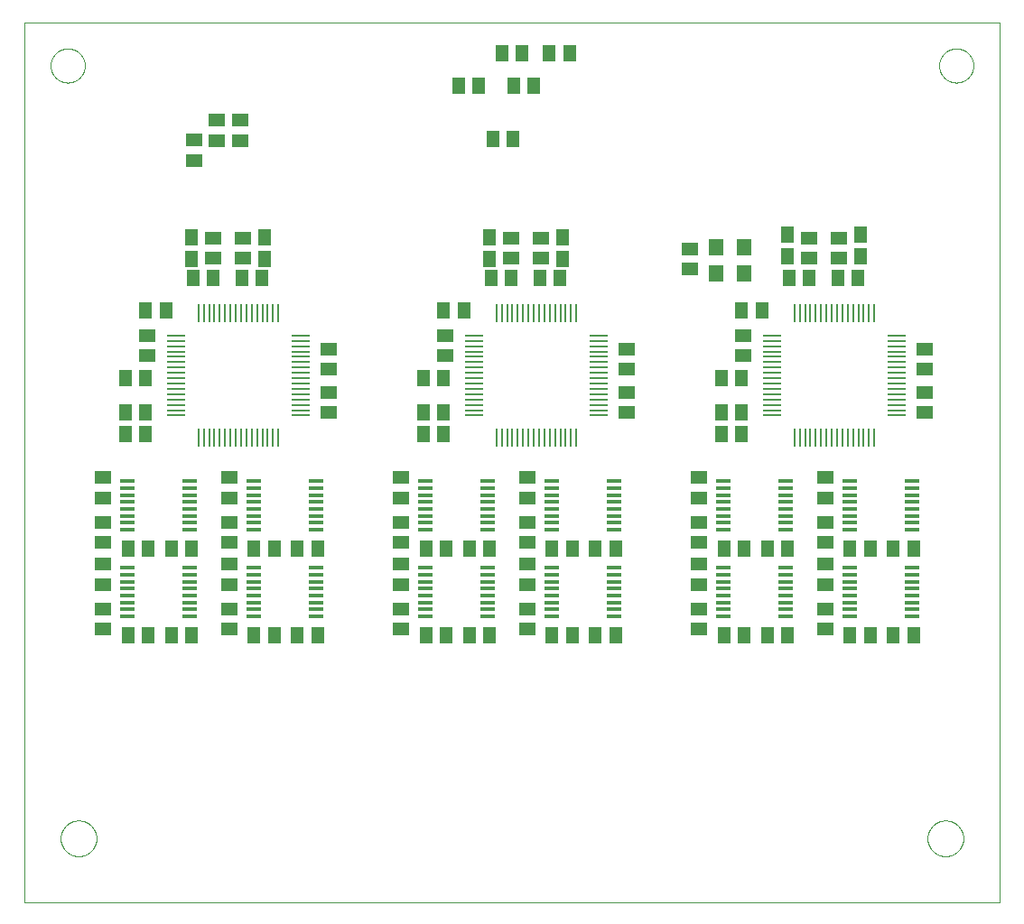
<source format=gbp>
G75*
%MOIN*%
%OFA0B0*%
%FSLAX25Y25*%
%IPPOS*%
%LPD*%
%AMOC8*
5,1,8,0,0,1.08239X$1,22.5*
%
%ADD10C,0.00000*%
%ADD11R,0.05118X0.05906*%
%ADD12R,0.05906X0.05118*%
%ADD13R,0.04724X0.06000*%
%ADD14R,0.00984X0.07000*%
%ADD15R,0.07000X0.00984*%
%ADD16R,0.05800X0.01400*%
%ADD17R,0.05512X0.06000*%
D10*
X0001800Y0020033D02*
X0001800Y0345033D01*
X0361800Y0345033D01*
X0361800Y0020033D01*
X0001800Y0020033D01*
X0015200Y0043533D02*
X0015202Y0043695D01*
X0015208Y0043857D01*
X0015218Y0044019D01*
X0015232Y0044180D01*
X0015250Y0044341D01*
X0015271Y0044501D01*
X0015297Y0044661D01*
X0015327Y0044821D01*
X0015360Y0044979D01*
X0015398Y0045137D01*
X0015439Y0045293D01*
X0015484Y0045449D01*
X0015533Y0045603D01*
X0015586Y0045756D01*
X0015642Y0045908D01*
X0015702Y0046059D01*
X0015766Y0046208D01*
X0015834Y0046355D01*
X0015905Y0046500D01*
X0015979Y0046644D01*
X0016057Y0046786D01*
X0016139Y0046926D01*
X0016224Y0047064D01*
X0016312Y0047200D01*
X0016404Y0047333D01*
X0016499Y0047465D01*
X0016597Y0047594D01*
X0016698Y0047720D01*
X0016802Y0047844D01*
X0016910Y0047965D01*
X0017020Y0048084D01*
X0017133Y0048200D01*
X0017249Y0048313D01*
X0017368Y0048423D01*
X0017489Y0048531D01*
X0017613Y0048635D01*
X0017739Y0048736D01*
X0017868Y0048834D01*
X0018000Y0048929D01*
X0018133Y0049021D01*
X0018269Y0049109D01*
X0018407Y0049194D01*
X0018547Y0049276D01*
X0018689Y0049354D01*
X0018833Y0049428D01*
X0018978Y0049499D01*
X0019125Y0049567D01*
X0019274Y0049631D01*
X0019425Y0049691D01*
X0019577Y0049747D01*
X0019730Y0049800D01*
X0019884Y0049849D01*
X0020040Y0049894D01*
X0020196Y0049935D01*
X0020354Y0049973D01*
X0020512Y0050006D01*
X0020672Y0050036D01*
X0020832Y0050062D01*
X0020992Y0050083D01*
X0021153Y0050101D01*
X0021314Y0050115D01*
X0021476Y0050125D01*
X0021638Y0050131D01*
X0021800Y0050133D01*
X0021962Y0050131D01*
X0022124Y0050125D01*
X0022286Y0050115D01*
X0022447Y0050101D01*
X0022608Y0050083D01*
X0022768Y0050062D01*
X0022928Y0050036D01*
X0023088Y0050006D01*
X0023246Y0049973D01*
X0023404Y0049935D01*
X0023560Y0049894D01*
X0023716Y0049849D01*
X0023870Y0049800D01*
X0024023Y0049747D01*
X0024175Y0049691D01*
X0024326Y0049631D01*
X0024475Y0049567D01*
X0024622Y0049499D01*
X0024767Y0049428D01*
X0024911Y0049354D01*
X0025053Y0049276D01*
X0025193Y0049194D01*
X0025331Y0049109D01*
X0025467Y0049021D01*
X0025600Y0048929D01*
X0025732Y0048834D01*
X0025861Y0048736D01*
X0025987Y0048635D01*
X0026111Y0048531D01*
X0026232Y0048423D01*
X0026351Y0048313D01*
X0026467Y0048200D01*
X0026580Y0048084D01*
X0026690Y0047965D01*
X0026798Y0047844D01*
X0026902Y0047720D01*
X0027003Y0047594D01*
X0027101Y0047465D01*
X0027196Y0047333D01*
X0027288Y0047200D01*
X0027376Y0047064D01*
X0027461Y0046926D01*
X0027543Y0046786D01*
X0027621Y0046644D01*
X0027695Y0046500D01*
X0027766Y0046355D01*
X0027834Y0046208D01*
X0027898Y0046059D01*
X0027958Y0045908D01*
X0028014Y0045756D01*
X0028067Y0045603D01*
X0028116Y0045449D01*
X0028161Y0045293D01*
X0028202Y0045137D01*
X0028240Y0044979D01*
X0028273Y0044821D01*
X0028303Y0044661D01*
X0028329Y0044501D01*
X0028350Y0044341D01*
X0028368Y0044180D01*
X0028382Y0044019D01*
X0028392Y0043857D01*
X0028398Y0043695D01*
X0028400Y0043533D01*
X0028398Y0043371D01*
X0028392Y0043209D01*
X0028382Y0043047D01*
X0028368Y0042886D01*
X0028350Y0042725D01*
X0028329Y0042565D01*
X0028303Y0042405D01*
X0028273Y0042245D01*
X0028240Y0042087D01*
X0028202Y0041929D01*
X0028161Y0041773D01*
X0028116Y0041617D01*
X0028067Y0041463D01*
X0028014Y0041310D01*
X0027958Y0041158D01*
X0027898Y0041007D01*
X0027834Y0040858D01*
X0027766Y0040711D01*
X0027695Y0040566D01*
X0027621Y0040422D01*
X0027543Y0040280D01*
X0027461Y0040140D01*
X0027376Y0040002D01*
X0027288Y0039866D01*
X0027196Y0039733D01*
X0027101Y0039601D01*
X0027003Y0039472D01*
X0026902Y0039346D01*
X0026798Y0039222D01*
X0026690Y0039101D01*
X0026580Y0038982D01*
X0026467Y0038866D01*
X0026351Y0038753D01*
X0026232Y0038643D01*
X0026111Y0038535D01*
X0025987Y0038431D01*
X0025861Y0038330D01*
X0025732Y0038232D01*
X0025600Y0038137D01*
X0025467Y0038045D01*
X0025331Y0037957D01*
X0025193Y0037872D01*
X0025053Y0037790D01*
X0024911Y0037712D01*
X0024767Y0037638D01*
X0024622Y0037567D01*
X0024475Y0037499D01*
X0024326Y0037435D01*
X0024175Y0037375D01*
X0024023Y0037319D01*
X0023870Y0037266D01*
X0023716Y0037217D01*
X0023560Y0037172D01*
X0023404Y0037131D01*
X0023246Y0037093D01*
X0023088Y0037060D01*
X0022928Y0037030D01*
X0022768Y0037004D01*
X0022608Y0036983D01*
X0022447Y0036965D01*
X0022286Y0036951D01*
X0022124Y0036941D01*
X0021962Y0036935D01*
X0021800Y0036933D01*
X0021638Y0036935D01*
X0021476Y0036941D01*
X0021314Y0036951D01*
X0021153Y0036965D01*
X0020992Y0036983D01*
X0020832Y0037004D01*
X0020672Y0037030D01*
X0020512Y0037060D01*
X0020354Y0037093D01*
X0020196Y0037131D01*
X0020040Y0037172D01*
X0019884Y0037217D01*
X0019730Y0037266D01*
X0019577Y0037319D01*
X0019425Y0037375D01*
X0019274Y0037435D01*
X0019125Y0037499D01*
X0018978Y0037567D01*
X0018833Y0037638D01*
X0018689Y0037712D01*
X0018547Y0037790D01*
X0018407Y0037872D01*
X0018269Y0037957D01*
X0018133Y0038045D01*
X0018000Y0038137D01*
X0017868Y0038232D01*
X0017739Y0038330D01*
X0017613Y0038431D01*
X0017489Y0038535D01*
X0017368Y0038643D01*
X0017249Y0038753D01*
X0017133Y0038866D01*
X0017020Y0038982D01*
X0016910Y0039101D01*
X0016802Y0039222D01*
X0016698Y0039346D01*
X0016597Y0039472D01*
X0016499Y0039601D01*
X0016404Y0039733D01*
X0016312Y0039866D01*
X0016224Y0040002D01*
X0016139Y0040140D01*
X0016057Y0040280D01*
X0015979Y0040422D01*
X0015905Y0040566D01*
X0015834Y0040711D01*
X0015766Y0040858D01*
X0015702Y0041007D01*
X0015642Y0041158D01*
X0015586Y0041310D01*
X0015533Y0041463D01*
X0015484Y0041617D01*
X0015439Y0041773D01*
X0015398Y0041929D01*
X0015360Y0042087D01*
X0015327Y0042245D01*
X0015297Y0042405D01*
X0015271Y0042565D01*
X0015250Y0042725D01*
X0015232Y0042886D01*
X0015218Y0043047D01*
X0015208Y0043209D01*
X0015202Y0043371D01*
X0015200Y0043533D01*
X0011501Y0329033D02*
X0011503Y0329191D01*
X0011509Y0329349D01*
X0011519Y0329507D01*
X0011533Y0329665D01*
X0011551Y0329822D01*
X0011572Y0329979D01*
X0011598Y0330135D01*
X0011628Y0330291D01*
X0011661Y0330446D01*
X0011699Y0330599D01*
X0011740Y0330752D01*
X0011785Y0330904D01*
X0011834Y0331055D01*
X0011887Y0331204D01*
X0011943Y0331352D01*
X0012003Y0331498D01*
X0012067Y0331643D01*
X0012135Y0331786D01*
X0012206Y0331928D01*
X0012280Y0332068D01*
X0012358Y0332205D01*
X0012440Y0332341D01*
X0012524Y0332475D01*
X0012613Y0332606D01*
X0012704Y0332735D01*
X0012799Y0332862D01*
X0012896Y0332987D01*
X0012997Y0333109D01*
X0013101Y0333228D01*
X0013208Y0333345D01*
X0013318Y0333459D01*
X0013431Y0333570D01*
X0013546Y0333679D01*
X0013664Y0333784D01*
X0013785Y0333886D01*
X0013908Y0333986D01*
X0014034Y0334082D01*
X0014162Y0334175D01*
X0014292Y0334265D01*
X0014425Y0334351D01*
X0014560Y0334435D01*
X0014696Y0334514D01*
X0014835Y0334591D01*
X0014976Y0334663D01*
X0015118Y0334733D01*
X0015262Y0334798D01*
X0015408Y0334860D01*
X0015555Y0334918D01*
X0015704Y0334973D01*
X0015854Y0335024D01*
X0016005Y0335071D01*
X0016157Y0335114D01*
X0016310Y0335153D01*
X0016465Y0335189D01*
X0016620Y0335220D01*
X0016776Y0335248D01*
X0016932Y0335272D01*
X0017089Y0335292D01*
X0017247Y0335308D01*
X0017404Y0335320D01*
X0017563Y0335328D01*
X0017721Y0335332D01*
X0017879Y0335332D01*
X0018037Y0335328D01*
X0018196Y0335320D01*
X0018353Y0335308D01*
X0018511Y0335292D01*
X0018668Y0335272D01*
X0018824Y0335248D01*
X0018980Y0335220D01*
X0019135Y0335189D01*
X0019290Y0335153D01*
X0019443Y0335114D01*
X0019595Y0335071D01*
X0019746Y0335024D01*
X0019896Y0334973D01*
X0020045Y0334918D01*
X0020192Y0334860D01*
X0020338Y0334798D01*
X0020482Y0334733D01*
X0020624Y0334663D01*
X0020765Y0334591D01*
X0020904Y0334514D01*
X0021040Y0334435D01*
X0021175Y0334351D01*
X0021308Y0334265D01*
X0021438Y0334175D01*
X0021566Y0334082D01*
X0021692Y0333986D01*
X0021815Y0333886D01*
X0021936Y0333784D01*
X0022054Y0333679D01*
X0022169Y0333570D01*
X0022282Y0333459D01*
X0022392Y0333345D01*
X0022499Y0333228D01*
X0022603Y0333109D01*
X0022704Y0332987D01*
X0022801Y0332862D01*
X0022896Y0332735D01*
X0022987Y0332606D01*
X0023076Y0332475D01*
X0023160Y0332341D01*
X0023242Y0332205D01*
X0023320Y0332068D01*
X0023394Y0331928D01*
X0023465Y0331786D01*
X0023533Y0331643D01*
X0023597Y0331498D01*
X0023657Y0331352D01*
X0023713Y0331204D01*
X0023766Y0331055D01*
X0023815Y0330904D01*
X0023860Y0330752D01*
X0023901Y0330599D01*
X0023939Y0330446D01*
X0023972Y0330291D01*
X0024002Y0330135D01*
X0024028Y0329979D01*
X0024049Y0329822D01*
X0024067Y0329665D01*
X0024081Y0329507D01*
X0024091Y0329349D01*
X0024097Y0329191D01*
X0024099Y0329033D01*
X0024097Y0328875D01*
X0024091Y0328717D01*
X0024081Y0328559D01*
X0024067Y0328401D01*
X0024049Y0328244D01*
X0024028Y0328087D01*
X0024002Y0327931D01*
X0023972Y0327775D01*
X0023939Y0327620D01*
X0023901Y0327467D01*
X0023860Y0327314D01*
X0023815Y0327162D01*
X0023766Y0327011D01*
X0023713Y0326862D01*
X0023657Y0326714D01*
X0023597Y0326568D01*
X0023533Y0326423D01*
X0023465Y0326280D01*
X0023394Y0326138D01*
X0023320Y0325998D01*
X0023242Y0325861D01*
X0023160Y0325725D01*
X0023076Y0325591D01*
X0022987Y0325460D01*
X0022896Y0325331D01*
X0022801Y0325204D01*
X0022704Y0325079D01*
X0022603Y0324957D01*
X0022499Y0324838D01*
X0022392Y0324721D01*
X0022282Y0324607D01*
X0022169Y0324496D01*
X0022054Y0324387D01*
X0021936Y0324282D01*
X0021815Y0324180D01*
X0021692Y0324080D01*
X0021566Y0323984D01*
X0021438Y0323891D01*
X0021308Y0323801D01*
X0021175Y0323715D01*
X0021040Y0323631D01*
X0020904Y0323552D01*
X0020765Y0323475D01*
X0020624Y0323403D01*
X0020482Y0323333D01*
X0020338Y0323268D01*
X0020192Y0323206D01*
X0020045Y0323148D01*
X0019896Y0323093D01*
X0019746Y0323042D01*
X0019595Y0322995D01*
X0019443Y0322952D01*
X0019290Y0322913D01*
X0019135Y0322877D01*
X0018980Y0322846D01*
X0018824Y0322818D01*
X0018668Y0322794D01*
X0018511Y0322774D01*
X0018353Y0322758D01*
X0018196Y0322746D01*
X0018037Y0322738D01*
X0017879Y0322734D01*
X0017721Y0322734D01*
X0017563Y0322738D01*
X0017404Y0322746D01*
X0017247Y0322758D01*
X0017089Y0322774D01*
X0016932Y0322794D01*
X0016776Y0322818D01*
X0016620Y0322846D01*
X0016465Y0322877D01*
X0016310Y0322913D01*
X0016157Y0322952D01*
X0016005Y0322995D01*
X0015854Y0323042D01*
X0015704Y0323093D01*
X0015555Y0323148D01*
X0015408Y0323206D01*
X0015262Y0323268D01*
X0015118Y0323333D01*
X0014976Y0323403D01*
X0014835Y0323475D01*
X0014696Y0323552D01*
X0014560Y0323631D01*
X0014425Y0323715D01*
X0014292Y0323801D01*
X0014162Y0323891D01*
X0014034Y0323984D01*
X0013908Y0324080D01*
X0013785Y0324180D01*
X0013664Y0324282D01*
X0013546Y0324387D01*
X0013431Y0324496D01*
X0013318Y0324607D01*
X0013208Y0324721D01*
X0013101Y0324838D01*
X0012997Y0324957D01*
X0012896Y0325079D01*
X0012799Y0325204D01*
X0012704Y0325331D01*
X0012613Y0325460D01*
X0012524Y0325591D01*
X0012440Y0325725D01*
X0012358Y0325861D01*
X0012280Y0325998D01*
X0012206Y0326138D01*
X0012135Y0326280D01*
X0012067Y0326423D01*
X0012003Y0326568D01*
X0011943Y0326714D01*
X0011887Y0326862D01*
X0011834Y0327011D01*
X0011785Y0327162D01*
X0011740Y0327314D01*
X0011699Y0327467D01*
X0011661Y0327620D01*
X0011628Y0327775D01*
X0011598Y0327931D01*
X0011572Y0328087D01*
X0011551Y0328244D01*
X0011533Y0328401D01*
X0011519Y0328559D01*
X0011509Y0328717D01*
X0011503Y0328875D01*
X0011501Y0329033D01*
X0335200Y0043533D02*
X0335202Y0043695D01*
X0335208Y0043857D01*
X0335218Y0044019D01*
X0335232Y0044180D01*
X0335250Y0044341D01*
X0335271Y0044501D01*
X0335297Y0044661D01*
X0335327Y0044821D01*
X0335360Y0044979D01*
X0335398Y0045137D01*
X0335439Y0045293D01*
X0335484Y0045449D01*
X0335533Y0045603D01*
X0335586Y0045756D01*
X0335642Y0045908D01*
X0335702Y0046059D01*
X0335766Y0046208D01*
X0335834Y0046355D01*
X0335905Y0046500D01*
X0335979Y0046644D01*
X0336057Y0046786D01*
X0336139Y0046926D01*
X0336224Y0047064D01*
X0336312Y0047200D01*
X0336404Y0047333D01*
X0336499Y0047465D01*
X0336597Y0047594D01*
X0336698Y0047720D01*
X0336802Y0047844D01*
X0336910Y0047965D01*
X0337020Y0048084D01*
X0337133Y0048200D01*
X0337249Y0048313D01*
X0337368Y0048423D01*
X0337489Y0048531D01*
X0337613Y0048635D01*
X0337739Y0048736D01*
X0337868Y0048834D01*
X0338000Y0048929D01*
X0338133Y0049021D01*
X0338269Y0049109D01*
X0338407Y0049194D01*
X0338547Y0049276D01*
X0338689Y0049354D01*
X0338833Y0049428D01*
X0338978Y0049499D01*
X0339125Y0049567D01*
X0339274Y0049631D01*
X0339425Y0049691D01*
X0339577Y0049747D01*
X0339730Y0049800D01*
X0339884Y0049849D01*
X0340040Y0049894D01*
X0340196Y0049935D01*
X0340354Y0049973D01*
X0340512Y0050006D01*
X0340672Y0050036D01*
X0340832Y0050062D01*
X0340992Y0050083D01*
X0341153Y0050101D01*
X0341314Y0050115D01*
X0341476Y0050125D01*
X0341638Y0050131D01*
X0341800Y0050133D01*
X0341962Y0050131D01*
X0342124Y0050125D01*
X0342286Y0050115D01*
X0342447Y0050101D01*
X0342608Y0050083D01*
X0342768Y0050062D01*
X0342928Y0050036D01*
X0343088Y0050006D01*
X0343246Y0049973D01*
X0343404Y0049935D01*
X0343560Y0049894D01*
X0343716Y0049849D01*
X0343870Y0049800D01*
X0344023Y0049747D01*
X0344175Y0049691D01*
X0344326Y0049631D01*
X0344475Y0049567D01*
X0344622Y0049499D01*
X0344767Y0049428D01*
X0344911Y0049354D01*
X0345053Y0049276D01*
X0345193Y0049194D01*
X0345331Y0049109D01*
X0345467Y0049021D01*
X0345600Y0048929D01*
X0345732Y0048834D01*
X0345861Y0048736D01*
X0345987Y0048635D01*
X0346111Y0048531D01*
X0346232Y0048423D01*
X0346351Y0048313D01*
X0346467Y0048200D01*
X0346580Y0048084D01*
X0346690Y0047965D01*
X0346798Y0047844D01*
X0346902Y0047720D01*
X0347003Y0047594D01*
X0347101Y0047465D01*
X0347196Y0047333D01*
X0347288Y0047200D01*
X0347376Y0047064D01*
X0347461Y0046926D01*
X0347543Y0046786D01*
X0347621Y0046644D01*
X0347695Y0046500D01*
X0347766Y0046355D01*
X0347834Y0046208D01*
X0347898Y0046059D01*
X0347958Y0045908D01*
X0348014Y0045756D01*
X0348067Y0045603D01*
X0348116Y0045449D01*
X0348161Y0045293D01*
X0348202Y0045137D01*
X0348240Y0044979D01*
X0348273Y0044821D01*
X0348303Y0044661D01*
X0348329Y0044501D01*
X0348350Y0044341D01*
X0348368Y0044180D01*
X0348382Y0044019D01*
X0348392Y0043857D01*
X0348398Y0043695D01*
X0348400Y0043533D01*
X0348398Y0043371D01*
X0348392Y0043209D01*
X0348382Y0043047D01*
X0348368Y0042886D01*
X0348350Y0042725D01*
X0348329Y0042565D01*
X0348303Y0042405D01*
X0348273Y0042245D01*
X0348240Y0042087D01*
X0348202Y0041929D01*
X0348161Y0041773D01*
X0348116Y0041617D01*
X0348067Y0041463D01*
X0348014Y0041310D01*
X0347958Y0041158D01*
X0347898Y0041007D01*
X0347834Y0040858D01*
X0347766Y0040711D01*
X0347695Y0040566D01*
X0347621Y0040422D01*
X0347543Y0040280D01*
X0347461Y0040140D01*
X0347376Y0040002D01*
X0347288Y0039866D01*
X0347196Y0039733D01*
X0347101Y0039601D01*
X0347003Y0039472D01*
X0346902Y0039346D01*
X0346798Y0039222D01*
X0346690Y0039101D01*
X0346580Y0038982D01*
X0346467Y0038866D01*
X0346351Y0038753D01*
X0346232Y0038643D01*
X0346111Y0038535D01*
X0345987Y0038431D01*
X0345861Y0038330D01*
X0345732Y0038232D01*
X0345600Y0038137D01*
X0345467Y0038045D01*
X0345331Y0037957D01*
X0345193Y0037872D01*
X0345053Y0037790D01*
X0344911Y0037712D01*
X0344767Y0037638D01*
X0344622Y0037567D01*
X0344475Y0037499D01*
X0344326Y0037435D01*
X0344175Y0037375D01*
X0344023Y0037319D01*
X0343870Y0037266D01*
X0343716Y0037217D01*
X0343560Y0037172D01*
X0343404Y0037131D01*
X0343246Y0037093D01*
X0343088Y0037060D01*
X0342928Y0037030D01*
X0342768Y0037004D01*
X0342608Y0036983D01*
X0342447Y0036965D01*
X0342286Y0036951D01*
X0342124Y0036941D01*
X0341962Y0036935D01*
X0341800Y0036933D01*
X0341638Y0036935D01*
X0341476Y0036941D01*
X0341314Y0036951D01*
X0341153Y0036965D01*
X0340992Y0036983D01*
X0340832Y0037004D01*
X0340672Y0037030D01*
X0340512Y0037060D01*
X0340354Y0037093D01*
X0340196Y0037131D01*
X0340040Y0037172D01*
X0339884Y0037217D01*
X0339730Y0037266D01*
X0339577Y0037319D01*
X0339425Y0037375D01*
X0339274Y0037435D01*
X0339125Y0037499D01*
X0338978Y0037567D01*
X0338833Y0037638D01*
X0338689Y0037712D01*
X0338547Y0037790D01*
X0338407Y0037872D01*
X0338269Y0037957D01*
X0338133Y0038045D01*
X0338000Y0038137D01*
X0337868Y0038232D01*
X0337739Y0038330D01*
X0337613Y0038431D01*
X0337489Y0038535D01*
X0337368Y0038643D01*
X0337249Y0038753D01*
X0337133Y0038866D01*
X0337020Y0038982D01*
X0336910Y0039101D01*
X0336802Y0039222D01*
X0336698Y0039346D01*
X0336597Y0039472D01*
X0336499Y0039601D01*
X0336404Y0039733D01*
X0336312Y0039866D01*
X0336224Y0040002D01*
X0336139Y0040140D01*
X0336057Y0040280D01*
X0335979Y0040422D01*
X0335905Y0040566D01*
X0335834Y0040711D01*
X0335766Y0040858D01*
X0335702Y0041007D01*
X0335642Y0041158D01*
X0335586Y0041310D01*
X0335533Y0041463D01*
X0335484Y0041617D01*
X0335439Y0041773D01*
X0335398Y0041929D01*
X0335360Y0042087D01*
X0335327Y0042245D01*
X0335297Y0042405D01*
X0335271Y0042565D01*
X0335250Y0042725D01*
X0335232Y0042886D01*
X0335218Y0043047D01*
X0335208Y0043209D01*
X0335202Y0043371D01*
X0335200Y0043533D01*
X0339501Y0329033D02*
X0339503Y0329191D01*
X0339509Y0329349D01*
X0339519Y0329507D01*
X0339533Y0329665D01*
X0339551Y0329822D01*
X0339572Y0329979D01*
X0339598Y0330135D01*
X0339628Y0330291D01*
X0339661Y0330446D01*
X0339699Y0330599D01*
X0339740Y0330752D01*
X0339785Y0330904D01*
X0339834Y0331055D01*
X0339887Y0331204D01*
X0339943Y0331352D01*
X0340003Y0331498D01*
X0340067Y0331643D01*
X0340135Y0331786D01*
X0340206Y0331928D01*
X0340280Y0332068D01*
X0340358Y0332205D01*
X0340440Y0332341D01*
X0340524Y0332475D01*
X0340613Y0332606D01*
X0340704Y0332735D01*
X0340799Y0332862D01*
X0340896Y0332987D01*
X0340997Y0333109D01*
X0341101Y0333228D01*
X0341208Y0333345D01*
X0341318Y0333459D01*
X0341431Y0333570D01*
X0341546Y0333679D01*
X0341664Y0333784D01*
X0341785Y0333886D01*
X0341908Y0333986D01*
X0342034Y0334082D01*
X0342162Y0334175D01*
X0342292Y0334265D01*
X0342425Y0334351D01*
X0342560Y0334435D01*
X0342696Y0334514D01*
X0342835Y0334591D01*
X0342976Y0334663D01*
X0343118Y0334733D01*
X0343262Y0334798D01*
X0343408Y0334860D01*
X0343555Y0334918D01*
X0343704Y0334973D01*
X0343854Y0335024D01*
X0344005Y0335071D01*
X0344157Y0335114D01*
X0344310Y0335153D01*
X0344465Y0335189D01*
X0344620Y0335220D01*
X0344776Y0335248D01*
X0344932Y0335272D01*
X0345089Y0335292D01*
X0345247Y0335308D01*
X0345404Y0335320D01*
X0345563Y0335328D01*
X0345721Y0335332D01*
X0345879Y0335332D01*
X0346037Y0335328D01*
X0346196Y0335320D01*
X0346353Y0335308D01*
X0346511Y0335292D01*
X0346668Y0335272D01*
X0346824Y0335248D01*
X0346980Y0335220D01*
X0347135Y0335189D01*
X0347290Y0335153D01*
X0347443Y0335114D01*
X0347595Y0335071D01*
X0347746Y0335024D01*
X0347896Y0334973D01*
X0348045Y0334918D01*
X0348192Y0334860D01*
X0348338Y0334798D01*
X0348482Y0334733D01*
X0348624Y0334663D01*
X0348765Y0334591D01*
X0348904Y0334514D01*
X0349040Y0334435D01*
X0349175Y0334351D01*
X0349308Y0334265D01*
X0349438Y0334175D01*
X0349566Y0334082D01*
X0349692Y0333986D01*
X0349815Y0333886D01*
X0349936Y0333784D01*
X0350054Y0333679D01*
X0350169Y0333570D01*
X0350282Y0333459D01*
X0350392Y0333345D01*
X0350499Y0333228D01*
X0350603Y0333109D01*
X0350704Y0332987D01*
X0350801Y0332862D01*
X0350896Y0332735D01*
X0350987Y0332606D01*
X0351076Y0332475D01*
X0351160Y0332341D01*
X0351242Y0332205D01*
X0351320Y0332068D01*
X0351394Y0331928D01*
X0351465Y0331786D01*
X0351533Y0331643D01*
X0351597Y0331498D01*
X0351657Y0331352D01*
X0351713Y0331204D01*
X0351766Y0331055D01*
X0351815Y0330904D01*
X0351860Y0330752D01*
X0351901Y0330599D01*
X0351939Y0330446D01*
X0351972Y0330291D01*
X0352002Y0330135D01*
X0352028Y0329979D01*
X0352049Y0329822D01*
X0352067Y0329665D01*
X0352081Y0329507D01*
X0352091Y0329349D01*
X0352097Y0329191D01*
X0352099Y0329033D01*
X0352097Y0328875D01*
X0352091Y0328717D01*
X0352081Y0328559D01*
X0352067Y0328401D01*
X0352049Y0328244D01*
X0352028Y0328087D01*
X0352002Y0327931D01*
X0351972Y0327775D01*
X0351939Y0327620D01*
X0351901Y0327467D01*
X0351860Y0327314D01*
X0351815Y0327162D01*
X0351766Y0327011D01*
X0351713Y0326862D01*
X0351657Y0326714D01*
X0351597Y0326568D01*
X0351533Y0326423D01*
X0351465Y0326280D01*
X0351394Y0326138D01*
X0351320Y0325998D01*
X0351242Y0325861D01*
X0351160Y0325725D01*
X0351076Y0325591D01*
X0350987Y0325460D01*
X0350896Y0325331D01*
X0350801Y0325204D01*
X0350704Y0325079D01*
X0350603Y0324957D01*
X0350499Y0324838D01*
X0350392Y0324721D01*
X0350282Y0324607D01*
X0350169Y0324496D01*
X0350054Y0324387D01*
X0349936Y0324282D01*
X0349815Y0324180D01*
X0349692Y0324080D01*
X0349566Y0323984D01*
X0349438Y0323891D01*
X0349308Y0323801D01*
X0349175Y0323715D01*
X0349040Y0323631D01*
X0348904Y0323552D01*
X0348765Y0323475D01*
X0348624Y0323403D01*
X0348482Y0323333D01*
X0348338Y0323268D01*
X0348192Y0323206D01*
X0348045Y0323148D01*
X0347896Y0323093D01*
X0347746Y0323042D01*
X0347595Y0322995D01*
X0347443Y0322952D01*
X0347290Y0322913D01*
X0347135Y0322877D01*
X0346980Y0322846D01*
X0346824Y0322818D01*
X0346668Y0322794D01*
X0346511Y0322774D01*
X0346353Y0322758D01*
X0346196Y0322746D01*
X0346037Y0322738D01*
X0345879Y0322734D01*
X0345721Y0322734D01*
X0345563Y0322738D01*
X0345404Y0322746D01*
X0345247Y0322758D01*
X0345089Y0322774D01*
X0344932Y0322794D01*
X0344776Y0322818D01*
X0344620Y0322846D01*
X0344465Y0322877D01*
X0344310Y0322913D01*
X0344157Y0322952D01*
X0344005Y0322995D01*
X0343854Y0323042D01*
X0343704Y0323093D01*
X0343555Y0323148D01*
X0343408Y0323206D01*
X0343262Y0323268D01*
X0343118Y0323333D01*
X0342976Y0323403D01*
X0342835Y0323475D01*
X0342696Y0323552D01*
X0342560Y0323631D01*
X0342425Y0323715D01*
X0342292Y0323801D01*
X0342162Y0323891D01*
X0342034Y0323984D01*
X0341908Y0324080D01*
X0341785Y0324180D01*
X0341664Y0324282D01*
X0341546Y0324387D01*
X0341431Y0324496D01*
X0341318Y0324607D01*
X0341208Y0324721D01*
X0341101Y0324838D01*
X0340997Y0324957D01*
X0340896Y0325079D01*
X0340799Y0325204D01*
X0340704Y0325331D01*
X0340613Y0325460D01*
X0340524Y0325591D01*
X0340440Y0325725D01*
X0340358Y0325861D01*
X0340280Y0325998D01*
X0340206Y0326138D01*
X0340135Y0326280D01*
X0340067Y0326423D01*
X0340003Y0326568D01*
X0339943Y0326714D01*
X0339887Y0326862D01*
X0339834Y0327011D01*
X0339785Y0327162D01*
X0339740Y0327314D01*
X0339699Y0327467D01*
X0339661Y0327620D01*
X0339628Y0327775D01*
X0339598Y0327931D01*
X0339572Y0328087D01*
X0339551Y0328244D01*
X0339533Y0328401D01*
X0339519Y0328559D01*
X0339509Y0328717D01*
X0339503Y0328875D01*
X0339501Y0329033D01*
D11*
X0309540Y0250533D03*
X0302060Y0250533D03*
X0291540Y0250533D03*
X0284060Y0250533D03*
X0274040Y0238533D03*
X0266560Y0238533D03*
X0266540Y0213533D03*
X0259060Y0213533D03*
X0259060Y0200783D03*
X0266540Y0200783D03*
X0266540Y0192783D03*
X0259060Y0192783D03*
X0260060Y0150533D03*
X0267540Y0150533D03*
X0276060Y0150533D03*
X0283540Y0150533D03*
X0306560Y0150533D03*
X0314040Y0150533D03*
X0322560Y0150533D03*
X0330040Y0150533D03*
X0330040Y0118533D03*
X0322560Y0118533D03*
X0314040Y0118533D03*
X0306560Y0118533D03*
X0283540Y0118533D03*
X0276060Y0118533D03*
X0267540Y0118533D03*
X0260060Y0118533D03*
X0220040Y0118533D03*
X0212560Y0118533D03*
X0204040Y0118533D03*
X0196560Y0118533D03*
X0173540Y0118533D03*
X0166060Y0118533D03*
X0157540Y0118533D03*
X0150060Y0118533D03*
X0150060Y0150533D03*
X0157540Y0150533D03*
X0166060Y0150533D03*
X0173540Y0150533D03*
X0196560Y0150533D03*
X0204040Y0150533D03*
X0212560Y0150533D03*
X0220040Y0150533D03*
X0156540Y0192783D03*
X0156540Y0200783D03*
X0149060Y0200783D03*
X0149060Y0192783D03*
X0149060Y0213533D03*
X0156540Y0213533D03*
X0156560Y0238533D03*
X0164040Y0238533D03*
X0174060Y0250533D03*
X0181540Y0250533D03*
X0192060Y0250533D03*
X0199540Y0250533D03*
X0182290Y0301783D03*
X0174810Y0301783D03*
X0169540Y0321533D03*
X0162060Y0321533D03*
X0178060Y0333533D03*
X0185540Y0333533D03*
X0195560Y0333533D03*
X0203040Y0333533D03*
X0189790Y0321533D03*
X0182310Y0321533D03*
X0089540Y0250533D03*
X0082060Y0250533D03*
X0071540Y0250533D03*
X0064060Y0250533D03*
X0054040Y0238533D03*
X0046560Y0238533D03*
X0046540Y0213533D03*
X0039060Y0213533D03*
X0039060Y0200783D03*
X0046540Y0200783D03*
X0046540Y0192783D03*
X0039060Y0192783D03*
X0040060Y0150533D03*
X0047540Y0150533D03*
X0056060Y0150533D03*
X0063540Y0150533D03*
X0086560Y0150533D03*
X0094040Y0150533D03*
X0102560Y0150533D03*
X0110040Y0150533D03*
X0110040Y0118533D03*
X0102560Y0118533D03*
X0094040Y0118533D03*
X0086560Y0118533D03*
X0063540Y0118533D03*
X0056060Y0118533D03*
X0047540Y0118533D03*
X0040060Y0118533D03*
D12*
X0030800Y0120793D03*
X0030800Y0128274D03*
X0030800Y0137293D03*
X0030800Y0144774D03*
X0030800Y0152793D03*
X0030800Y0160274D03*
X0030800Y0169293D03*
X0030800Y0176774D03*
X0077300Y0176774D03*
X0077300Y0169293D03*
X0077300Y0160274D03*
X0077300Y0152793D03*
X0077300Y0144774D03*
X0077300Y0137293D03*
X0077300Y0128274D03*
X0077300Y0120793D03*
X0140800Y0120793D03*
X0140800Y0128274D03*
X0140800Y0137293D03*
X0140800Y0144774D03*
X0140800Y0152793D03*
X0140800Y0160274D03*
X0140800Y0169293D03*
X0140800Y0176774D03*
X0114050Y0200793D03*
X0114050Y0208274D03*
X0114050Y0216793D03*
X0114050Y0224274D03*
X0082300Y0257793D03*
X0082300Y0265274D03*
X0071300Y0265274D03*
X0071300Y0257793D03*
X0047050Y0229274D03*
X0047050Y0221793D03*
X0064300Y0294043D03*
X0064300Y0301524D03*
X0072800Y0301293D03*
X0072800Y0308774D03*
X0081300Y0308774D03*
X0081300Y0301293D03*
X0157050Y0229274D03*
X0157050Y0221793D03*
X0181300Y0257793D03*
X0181300Y0265274D03*
X0192300Y0265274D03*
X0192300Y0257793D03*
X0224050Y0224274D03*
X0224050Y0216793D03*
X0224050Y0208274D03*
X0224050Y0200793D03*
X0250800Y0176774D03*
X0250800Y0169293D03*
X0250800Y0160274D03*
X0250800Y0152793D03*
X0250800Y0144774D03*
X0250800Y0137293D03*
X0250800Y0128274D03*
X0250800Y0120793D03*
X0297300Y0120793D03*
X0297300Y0128274D03*
X0297300Y0137293D03*
X0297300Y0144774D03*
X0297300Y0152793D03*
X0297300Y0160274D03*
X0297300Y0169293D03*
X0297300Y0176774D03*
X0334050Y0200793D03*
X0334050Y0208274D03*
X0334050Y0216793D03*
X0334050Y0224274D03*
X0302300Y0257793D03*
X0302300Y0265274D03*
X0291300Y0265274D03*
X0291300Y0257793D03*
X0267050Y0229274D03*
X0267050Y0221793D03*
X0247300Y0253793D03*
X0247300Y0261274D03*
X0187300Y0176774D03*
X0187300Y0169293D03*
X0187300Y0160274D03*
X0187300Y0152793D03*
X0187300Y0144774D03*
X0187300Y0137293D03*
X0187300Y0128274D03*
X0187300Y0120793D03*
D13*
X0200300Y0257436D03*
X0200300Y0265531D03*
X0173300Y0265531D03*
X0173300Y0257436D03*
X0090300Y0257436D03*
X0090300Y0265531D03*
X0063300Y0265531D03*
X0063300Y0257436D03*
X0283300Y0258436D03*
X0283300Y0266531D03*
X0310300Y0266531D03*
X0310300Y0258436D03*
D14*
X0309658Y0237581D03*
X0307690Y0237581D03*
X0305721Y0237581D03*
X0303753Y0237581D03*
X0301784Y0237581D03*
X0299816Y0237581D03*
X0297847Y0237581D03*
X0295879Y0237581D03*
X0293910Y0237581D03*
X0291942Y0237581D03*
X0289973Y0237581D03*
X0288005Y0237581D03*
X0286036Y0237581D03*
X0311627Y0237581D03*
X0313595Y0237581D03*
X0315564Y0237581D03*
X0315564Y0191486D03*
X0313595Y0191486D03*
X0311627Y0191486D03*
X0309658Y0191486D03*
X0307690Y0191486D03*
X0305721Y0191486D03*
X0303753Y0191486D03*
X0301784Y0191486D03*
X0299816Y0191486D03*
X0297847Y0191486D03*
X0295879Y0191486D03*
X0293910Y0191486D03*
X0291942Y0191486D03*
X0289973Y0191486D03*
X0288005Y0191486D03*
X0286036Y0191486D03*
X0205564Y0191486D03*
X0203595Y0191486D03*
X0201627Y0191486D03*
X0199658Y0191486D03*
X0197690Y0191486D03*
X0195721Y0191486D03*
X0193753Y0191486D03*
X0191784Y0191486D03*
X0189816Y0191486D03*
X0187847Y0191486D03*
X0185879Y0191486D03*
X0183910Y0191486D03*
X0181942Y0191486D03*
X0179973Y0191486D03*
X0178005Y0191486D03*
X0176036Y0191486D03*
X0176036Y0237581D03*
X0178005Y0237581D03*
X0179973Y0237581D03*
X0181942Y0237581D03*
X0183910Y0237581D03*
X0185879Y0237581D03*
X0187847Y0237581D03*
X0189816Y0237581D03*
X0191784Y0237581D03*
X0193753Y0237581D03*
X0195721Y0237581D03*
X0197690Y0237581D03*
X0199658Y0237581D03*
X0201627Y0237581D03*
X0203595Y0237581D03*
X0205564Y0237581D03*
X0095564Y0237581D03*
X0093595Y0237581D03*
X0091627Y0237581D03*
X0089658Y0237581D03*
X0087690Y0237581D03*
X0085721Y0237581D03*
X0083753Y0237581D03*
X0081784Y0237581D03*
X0079816Y0237581D03*
X0077847Y0237581D03*
X0075879Y0237581D03*
X0073910Y0237581D03*
X0071942Y0237581D03*
X0069973Y0237581D03*
X0068005Y0237581D03*
X0066036Y0237581D03*
X0066036Y0191486D03*
X0068005Y0191486D03*
X0069973Y0191486D03*
X0071942Y0191486D03*
X0073910Y0191486D03*
X0075879Y0191486D03*
X0077847Y0191486D03*
X0079816Y0191486D03*
X0081784Y0191486D03*
X0083753Y0191486D03*
X0085721Y0191486D03*
X0087690Y0191486D03*
X0089658Y0191486D03*
X0091627Y0191486D03*
X0093595Y0191486D03*
X0095564Y0191486D03*
D15*
X0103847Y0199770D03*
X0103847Y0201738D03*
X0103847Y0203707D03*
X0103847Y0205675D03*
X0103847Y0207644D03*
X0103847Y0209612D03*
X0103847Y0211581D03*
X0103847Y0213549D03*
X0103847Y0215518D03*
X0103847Y0217486D03*
X0103847Y0219455D03*
X0103847Y0221423D03*
X0103847Y0223392D03*
X0103847Y0225360D03*
X0103847Y0227329D03*
X0103847Y0229297D03*
X0057753Y0229297D03*
X0057753Y0227329D03*
X0057753Y0225360D03*
X0057753Y0223392D03*
X0057753Y0221423D03*
X0057753Y0219455D03*
X0057753Y0217486D03*
X0057753Y0215518D03*
X0057753Y0213549D03*
X0057753Y0211581D03*
X0057753Y0209612D03*
X0057753Y0207644D03*
X0057753Y0205675D03*
X0057753Y0203707D03*
X0057753Y0201738D03*
X0057753Y0199770D03*
X0167753Y0199770D03*
X0167753Y0201738D03*
X0167753Y0203707D03*
X0167753Y0205675D03*
X0167753Y0207644D03*
X0167753Y0209612D03*
X0167753Y0211581D03*
X0167753Y0213549D03*
X0167753Y0215518D03*
X0167753Y0217486D03*
X0167753Y0219455D03*
X0167753Y0221423D03*
X0167753Y0223392D03*
X0167753Y0225360D03*
X0167753Y0227329D03*
X0167753Y0229297D03*
X0213847Y0229297D03*
X0213847Y0227329D03*
X0213847Y0225360D03*
X0213847Y0223392D03*
X0213847Y0221423D03*
X0213847Y0219455D03*
X0213847Y0217486D03*
X0213847Y0215518D03*
X0213847Y0213549D03*
X0213847Y0211581D03*
X0213847Y0209612D03*
X0213847Y0207644D03*
X0213847Y0205675D03*
X0213847Y0203707D03*
X0213847Y0201738D03*
X0213847Y0199770D03*
X0277753Y0199770D03*
X0277753Y0201738D03*
X0277753Y0203707D03*
X0277753Y0205675D03*
X0277753Y0207644D03*
X0277753Y0209612D03*
X0277753Y0211581D03*
X0277753Y0213549D03*
X0277753Y0215518D03*
X0277753Y0217486D03*
X0277753Y0219455D03*
X0277753Y0221423D03*
X0277753Y0223392D03*
X0277753Y0225360D03*
X0277753Y0227329D03*
X0277753Y0229297D03*
X0323847Y0229297D03*
X0323847Y0227329D03*
X0323847Y0225360D03*
X0323847Y0223392D03*
X0323847Y0221423D03*
X0323847Y0219455D03*
X0323847Y0217486D03*
X0323847Y0215518D03*
X0323847Y0213549D03*
X0323847Y0211581D03*
X0323847Y0209612D03*
X0323847Y0207644D03*
X0323847Y0205675D03*
X0323847Y0203707D03*
X0323847Y0201738D03*
X0323847Y0199770D03*
D16*
X0329300Y0175533D03*
X0329300Y0172933D03*
X0329300Y0170333D03*
X0329300Y0167833D03*
X0329300Y0165233D03*
X0329300Y0162733D03*
X0329300Y0160133D03*
X0329300Y0157533D03*
X0329300Y0143533D03*
X0329300Y0140933D03*
X0329300Y0138333D03*
X0329300Y0135833D03*
X0329300Y0133233D03*
X0329300Y0130733D03*
X0329300Y0128133D03*
X0329300Y0125533D03*
X0306300Y0125533D03*
X0306300Y0128133D03*
X0306300Y0130733D03*
X0306300Y0133233D03*
X0306300Y0135833D03*
X0306300Y0138333D03*
X0306300Y0140933D03*
X0306300Y0143533D03*
X0306300Y0157533D03*
X0306300Y0160133D03*
X0306300Y0162733D03*
X0306300Y0165233D03*
X0306300Y0167833D03*
X0306300Y0170333D03*
X0306300Y0172933D03*
X0306300Y0175533D03*
X0282800Y0175533D03*
X0282800Y0172933D03*
X0282800Y0170333D03*
X0282800Y0167833D03*
X0282800Y0165233D03*
X0282800Y0162733D03*
X0282800Y0160133D03*
X0282800Y0157533D03*
X0282800Y0143533D03*
X0282800Y0140933D03*
X0282800Y0138333D03*
X0282800Y0135833D03*
X0282800Y0133233D03*
X0282800Y0130733D03*
X0282800Y0128133D03*
X0282800Y0125533D03*
X0259800Y0125533D03*
X0259800Y0128133D03*
X0259800Y0130733D03*
X0259800Y0133233D03*
X0259800Y0135833D03*
X0259800Y0138333D03*
X0259800Y0140933D03*
X0259800Y0143533D03*
X0259800Y0157533D03*
X0259800Y0160133D03*
X0259800Y0162733D03*
X0259800Y0165233D03*
X0259800Y0167833D03*
X0259800Y0170333D03*
X0259800Y0172933D03*
X0259800Y0175533D03*
X0219300Y0175533D03*
X0219300Y0172933D03*
X0219300Y0170333D03*
X0219300Y0167833D03*
X0219300Y0165233D03*
X0219300Y0162733D03*
X0219300Y0160133D03*
X0219300Y0157533D03*
X0219300Y0143533D03*
X0219300Y0140933D03*
X0219300Y0138333D03*
X0219300Y0135833D03*
X0219300Y0133233D03*
X0219300Y0130733D03*
X0219300Y0128133D03*
X0219300Y0125533D03*
X0196300Y0125533D03*
X0196300Y0128133D03*
X0196300Y0130733D03*
X0196300Y0133233D03*
X0196300Y0135833D03*
X0196300Y0138333D03*
X0196300Y0140933D03*
X0196300Y0143533D03*
X0196300Y0157533D03*
X0196300Y0160133D03*
X0196300Y0162733D03*
X0196300Y0165233D03*
X0196300Y0167833D03*
X0196300Y0170333D03*
X0196300Y0172933D03*
X0196300Y0175533D03*
X0172800Y0175533D03*
X0172800Y0172933D03*
X0172800Y0170333D03*
X0172800Y0167833D03*
X0172800Y0165233D03*
X0172800Y0162733D03*
X0172800Y0160133D03*
X0172800Y0157533D03*
X0172800Y0143533D03*
X0172800Y0140933D03*
X0172800Y0138333D03*
X0172800Y0135833D03*
X0172800Y0133233D03*
X0172800Y0130733D03*
X0172800Y0128133D03*
X0172800Y0125533D03*
X0149800Y0125533D03*
X0149800Y0128133D03*
X0149800Y0130733D03*
X0149800Y0133233D03*
X0149800Y0135833D03*
X0149800Y0138333D03*
X0149800Y0140933D03*
X0149800Y0143533D03*
X0149800Y0157533D03*
X0149800Y0160133D03*
X0149800Y0162733D03*
X0149800Y0165233D03*
X0149800Y0167833D03*
X0149800Y0170333D03*
X0149800Y0172933D03*
X0149800Y0175533D03*
X0109300Y0175533D03*
X0109300Y0172933D03*
X0109300Y0170333D03*
X0109300Y0167833D03*
X0109300Y0165233D03*
X0109300Y0162733D03*
X0109300Y0160133D03*
X0109300Y0157533D03*
X0109300Y0143533D03*
X0109300Y0140933D03*
X0109300Y0138333D03*
X0109300Y0135833D03*
X0109300Y0133233D03*
X0109300Y0130733D03*
X0109300Y0128133D03*
X0109300Y0125533D03*
X0086300Y0125533D03*
X0086300Y0128133D03*
X0086300Y0130733D03*
X0086300Y0133233D03*
X0086300Y0135833D03*
X0086300Y0138333D03*
X0086300Y0140933D03*
X0086300Y0143533D03*
X0086300Y0157533D03*
X0086300Y0160133D03*
X0086300Y0162733D03*
X0086300Y0165233D03*
X0086300Y0167833D03*
X0086300Y0170333D03*
X0086300Y0172933D03*
X0086300Y0175533D03*
X0062800Y0175533D03*
X0062800Y0172933D03*
X0062800Y0170333D03*
X0062800Y0167833D03*
X0062800Y0165233D03*
X0062800Y0162733D03*
X0062800Y0160133D03*
X0062800Y0157533D03*
X0062800Y0143533D03*
X0062800Y0140933D03*
X0062800Y0138333D03*
X0062800Y0135833D03*
X0062800Y0133233D03*
X0062800Y0130733D03*
X0062800Y0128133D03*
X0062800Y0125533D03*
X0039800Y0125533D03*
X0039800Y0128133D03*
X0039800Y0130733D03*
X0039800Y0133233D03*
X0039800Y0135833D03*
X0039800Y0138333D03*
X0039800Y0140933D03*
X0039800Y0143533D03*
X0039800Y0157533D03*
X0039800Y0160133D03*
X0039800Y0162733D03*
X0039800Y0165233D03*
X0039800Y0167833D03*
X0039800Y0170333D03*
X0039800Y0172933D03*
X0039800Y0175533D03*
D17*
X0257182Y0252103D03*
X0257182Y0262064D03*
X0267518Y0262064D03*
X0267418Y0252103D03*
M02*

</source>
